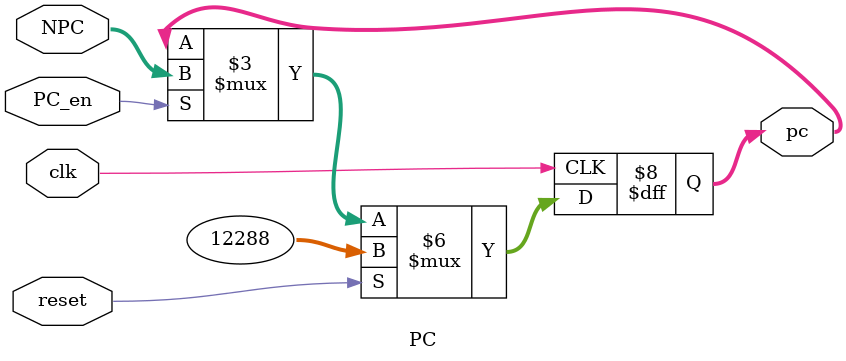
<source format=v>
`timescale 1ns / 1ps
`define F 31:0
module PC(input clk, reset, PC_en,
          input [`F] NPC,
			 output [`F] pc);
			 
	reg[`F] pc;
	initial begin
		pc = 32'h0000_3000;
	end
	always @(posedge clk)begin
		if (reset)	pc <= 32'h0000_3000;
		else if(PC_en)		pc <= NPC;
	end
	
endmodule

</source>
